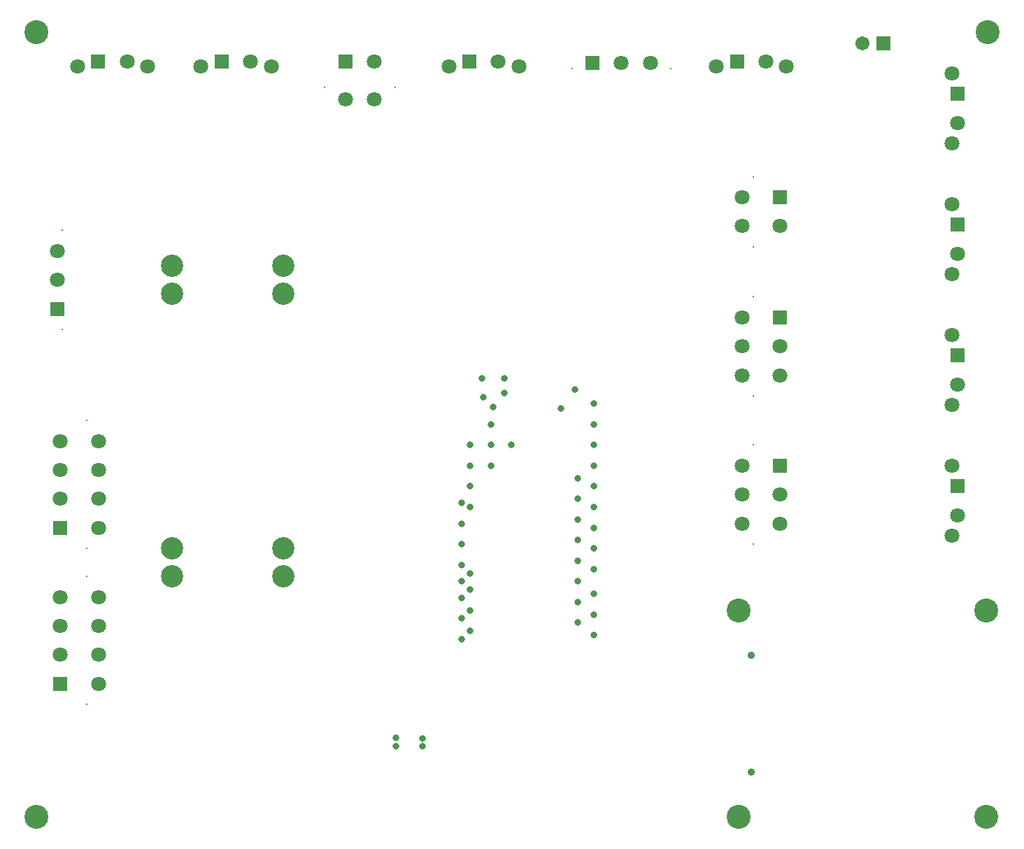
<source format=gbs>
G04*
G04 #@! TF.GenerationSoftware,Altium Limited,Altium Designer,18.1.6 (161)*
G04*
G04 Layer_Color=16711935*
%FSLAX25Y25*%
%MOIN*%
G70*
G01*
G75*
%ADD101C,0.00800*%
%ADD102R,0.07099X0.07099*%
%ADD103C,0.07099*%
%ADD104R,0.06706X0.06706*%
%ADD105C,0.06706*%
%ADD106R,0.07099X0.07099*%
%ADD107C,0.11430*%
%ADD108C,0.03556*%
%ADD109C,0.10642*%
%ADD110C,0.03162*%
D101*
X351654Y281496D02*
D03*
Y314961D02*
D03*
X33779Y137795D02*
D03*
Y198819D02*
D03*
Y63386D02*
D03*
Y124409D02*
D03*
X351654Y210433D02*
D03*
Y257677D02*
D03*
X147298Y357460D02*
D03*
X180763D02*
D03*
X351654Y139764D02*
D03*
Y187008D02*
D03*
X312285Y366614D02*
D03*
X265041D02*
D03*
X22165Y289370D02*
D03*
Y242126D02*
D03*
D102*
X364173Y305118D02*
D03*
X448819Y229659D02*
D03*
Y291995D02*
D03*
X21260Y147638D02*
D03*
Y73228D02*
D03*
X364173Y247835D02*
D03*
Y177165D02*
D03*
X448819Y354331D02*
D03*
Y167323D02*
D03*
X19685Y251969D02*
D03*
D103*
X364173Y291339D02*
D03*
X346063D02*
D03*
Y305118D02*
D03*
X446339Y206037D02*
D03*
Y239501D02*
D03*
X448819Y215879D02*
D03*
X446339Y268373D02*
D03*
Y301837D02*
D03*
X448819Y278215D02*
D03*
X121707Y367363D02*
D03*
X88243D02*
D03*
X111865Y369843D02*
D03*
X62849Y367363D02*
D03*
X29385D02*
D03*
X53007Y369843D02*
D03*
X39370Y188976D02*
D03*
X21260D02*
D03*
Y161417D02*
D03*
Y175197D02*
D03*
X39370D02*
D03*
Y161417D02*
D03*
Y147638D02*
D03*
Y114567D02*
D03*
X21260D02*
D03*
Y87008D02*
D03*
Y100787D02*
D03*
X39370D02*
D03*
Y87008D02*
D03*
Y73228D02*
D03*
X346063Y247835D02*
D03*
Y234055D02*
D03*
Y220276D02*
D03*
X364173D02*
D03*
Y234055D02*
D03*
X157141Y351870D02*
D03*
X170920D02*
D03*
Y369980D02*
D03*
X346063Y177165D02*
D03*
Y163386D02*
D03*
Y149606D02*
D03*
X364173D02*
D03*
Y163386D02*
D03*
X357496Y369843D02*
D03*
X333874Y367363D02*
D03*
X367338D02*
D03*
X302443Y369094D02*
D03*
X288663D02*
D03*
X448819Y340551D02*
D03*
X446339Y364173D02*
D03*
Y330709D02*
D03*
X229975Y369843D02*
D03*
X206353Y367363D02*
D03*
X239818D02*
D03*
X446339Y143701D02*
D03*
Y177165D02*
D03*
X448819Y153543D02*
D03*
X19685Y279528D02*
D03*
Y265748D02*
D03*
D104*
X413543Y378546D02*
D03*
D105*
X403543D02*
D03*
D106*
X98085Y369843D02*
D03*
X39227D02*
D03*
X157141Y369980D02*
D03*
X343716Y369843D02*
D03*
X274883Y369094D02*
D03*
X216196Y369843D02*
D03*
D107*
X463189Y383858D02*
D03*
X9843D02*
D03*
X344488Y108268D02*
D03*
X462598D02*
D03*
Y9843D02*
D03*
X344488D02*
D03*
X9843D02*
D03*
D108*
X350394Y86811D02*
D03*
Y31299D02*
D03*
D109*
X127665Y124409D02*
D03*
X74634D02*
D03*
X127665Y137795D02*
D03*
X74634D02*
D03*
Y272635D02*
D03*
X127665D02*
D03*
X74634Y259249D02*
D03*
X127665D02*
D03*
D110*
X212598Y122047D02*
D03*
X216535Y125984D02*
D03*
X212598Y159449D02*
D03*
Y149606D02*
D03*
Y139764D02*
D03*
Y129921D02*
D03*
X275590Y116142D02*
D03*
Y106299D02*
D03*
Y96457D02*
D03*
X212598Y114173D02*
D03*
Y104331D02*
D03*
Y94488D02*
D03*
X267717Y171260D02*
D03*
Y161417D02*
D03*
Y151575D02*
D03*
Y141732D02*
D03*
Y131890D02*
D03*
Y122047D02*
D03*
Y112205D02*
D03*
Y102362D02*
D03*
X275590Y157480D02*
D03*
Y147638D02*
D03*
Y137795D02*
D03*
Y127953D02*
D03*
Y167323D02*
D03*
Y177165D02*
D03*
Y187008D02*
D03*
Y196850D02*
D03*
Y206693D02*
D03*
X216535Y98425D02*
D03*
Y108268D02*
D03*
Y118110D02*
D03*
X236221Y187008D02*
D03*
X216535Y157480D02*
D03*
X226378Y177165D02*
D03*
X216535Y187008D02*
D03*
Y167323D02*
D03*
Y177165D02*
D03*
X226378Y187008D02*
D03*
Y196850D02*
D03*
X222883Y209798D02*
D03*
X227532Y205025D02*
D03*
X222334Y218710D02*
D03*
X232898D02*
D03*
X181261Y47324D02*
D03*
Y43424D02*
D03*
X193839Y43608D02*
D03*
Y47244D02*
D03*
X259842Y204330D02*
D03*
X266550Y213484D02*
D03*
X232830Y211781D02*
D03*
M02*

</source>
